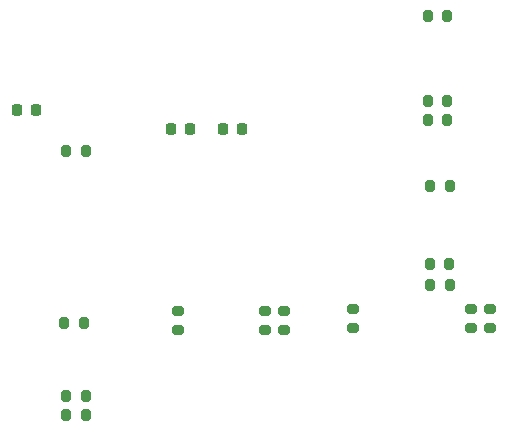
<source format=gbr>
%TF.GenerationSoftware,KiCad,Pcbnew,(5.99.0-12181-g5e8b23af64)*%
%TF.CreationDate,2021-11-12T15:18:20+01:00*%
%TF.ProjectId,phoniebox_shield,70686f6e-6965-4626-9f78-5f736869656c,rev?*%
%TF.SameCoordinates,Original*%
%TF.FileFunction,Paste,Top*%
%TF.FilePolarity,Positive*%
%FSLAX46Y46*%
G04 Gerber Fmt 4.6, Leading zero omitted, Abs format (unit mm)*
G04 Created by KiCad (PCBNEW (5.99.0-12181-g5e8b23af64)) date 2021-11-12 15:18:20*
%MOMM*%
%LPD*%
G01*
G04 APERTURE LIST*
G04 Aperture macros list*
%AMRoundRect*
0 Rectangle with rounded corners*
0 $1 Rounding radius*
0 $2 $3 $4 $5 $6 $7 $8 $9 X,Y pos of 4 corners*
0 Add a 4 corners polygon primitive as box body*
4,1,4,$2,$3,$4,$5,$6,$7,$8,$9,$2,$3,0*
0 Add four circle primitives for the rounded corners*
1,1,$1+$1,$2,$3*
1,1,$1+$1,$4,$5*
1,1,$1+$1,$6,$7*
1,1,$1+$1,$8,$9*
0 Add four rect primitives between the rounded corners*
20,1,$1+$1,$2,$3,$4,$5,0*
20,1,$1+$1,$4,$5,$6,$7,0*
20,1,$1+$1,$6,$7,$8,$9,0*
20,1,$1+$1,$8,$9,$2,$3,0*%
G04 Aperture macros list end*
%ADD10RoundRect,0.200000X-0.275000X0.200000X-0.275000X-0.200000X0.275000X-0.200000X0.275000X0.200000X0*%
%ADD11RoundRect,0.200000X0.200000X0.275000X-0.200000X0.275000X-0.200000X-0.275000X0.200000X-0.275000X0*%
%ADD12RoundRect,0.200000X-0.200000X-0.275000X0.200000X-0.275000X0.200000X0.275000X-0.200000X0.275000X0*%
%ADD13RoundRect,0.225000X-0.225000X-0.250000X0.225000X-0.250000X0.225000X0.250000X-0.225000X0.250000X0*%
G04 APERTURE END LIST*
D10*
%TO.C,R116*%
X124800000Y-117175000D03*
X124800000Y-118825000D03*
%TD*%
%TO.C,R115*%
X126400000Y-117175000D03*
X126400000Y-118825000D03*
%TD*%
%TO.C,R114*%
X114800000Y-117175000D03*
X114800000Y-118825000D03*
%TD*%
%TO.C,R113*%
X107400000Y-117375000D03*
X107400000Y-119025000D03*
%TD*%
%TO.C,R112*%
X109000000Y-117375000D03*
X109000000Y-119025000D03*
%TD*%
%TO.C,R111*%
X100000000Y-117375000D03*
X100000000Y-119025000D03*
%TD*%
D11*
%TO.C,R110*%
X92225000Y-103800000D03*
X90575000Y-103800000D03*
%TD*%
D12*
%TO.C,R109*%
X121175000Y-101200000D03*
X122825000Y-101200000D03*
%TD*%
%TO.C,R108*%
X121175000Y-99600000D03*
X122825000Y-99600000D03*
%TD*%
%TO.C,R107*%
X122825000Y-92400000D03*
X121175000Y-92400000D03*
%TD*%
%TO.C,R106*%
X121350000Y-113400000D03*
X123000000Y-113400000D03*
%TD*%
%TO.C,R105*%
X121375000Y-115200000D03*
X123025000Y-115200000D03*
%TD*%
%TO.C,R104*%
X121375000Y-106800000D03*
X123025000Y-106800000D03*
%TD*%
D11*
%TO.C,R103*%
X92225000Y-124600000D03*
X90575000Y-124600000D03*
%TD*%
%TO.C,R102*%
X92225000Y-126200000D03*
X90575000Y-126200000D03*
%TD*%
%TO.C,R101*%
X92025000Y-118400000D03*
X90375000Y-118400000D03*
%TD*%
D13*
%TO.C,C103*%
X103850000Y-102000000D03*
X105400000Y-102000000D03*
%TD*%
%TO.C,C102*%
X86425000Y-100400000D03*
X87975000Y-100400000D03*
%TD*%
%TO.C,C101*%
X99450000Y-102000000D03*
X101000000Y-102000000D03*
%TD*%
M02*

</source>
